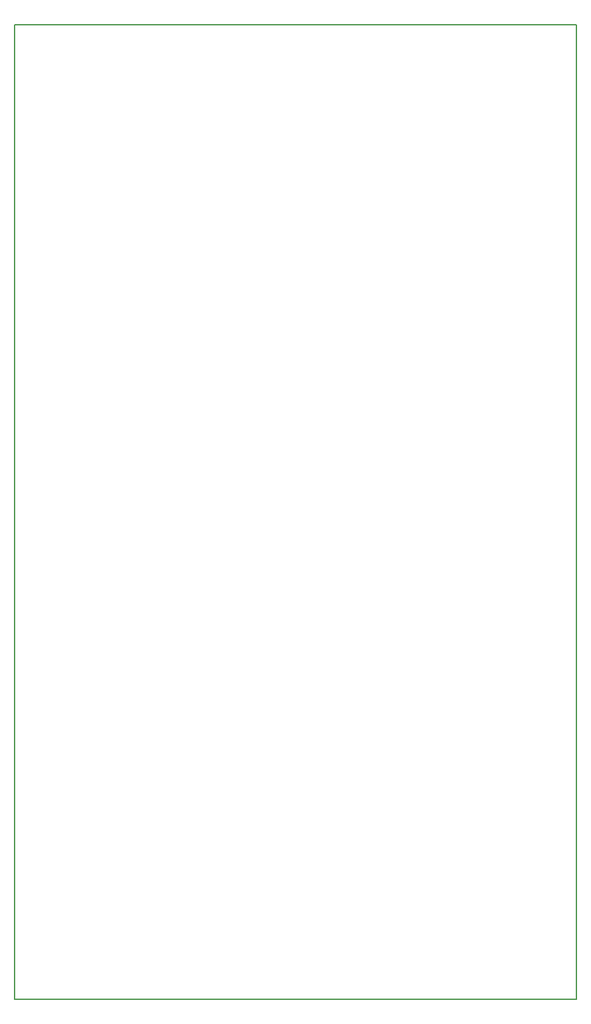
<source format=gbr>
G04 DipTrace 3.0.0.1*
G04 keyboard.Board.gbr*
%MOMM*%
G04 #@! TF.FileFunction,Profile*
G04 #@! TF.Part,Single*
%ADD11C,0.14*%
%FSLAX35Y35*%
G04*
G71*
G90*
G75*
G01*
G04 BoardOutline*
%LPD*%
X1000000Y14000000D2*
D11*
X8500000D1*
Y1000000D1*
X1000000D1*
Y14000000D1*
M02*

</source>
